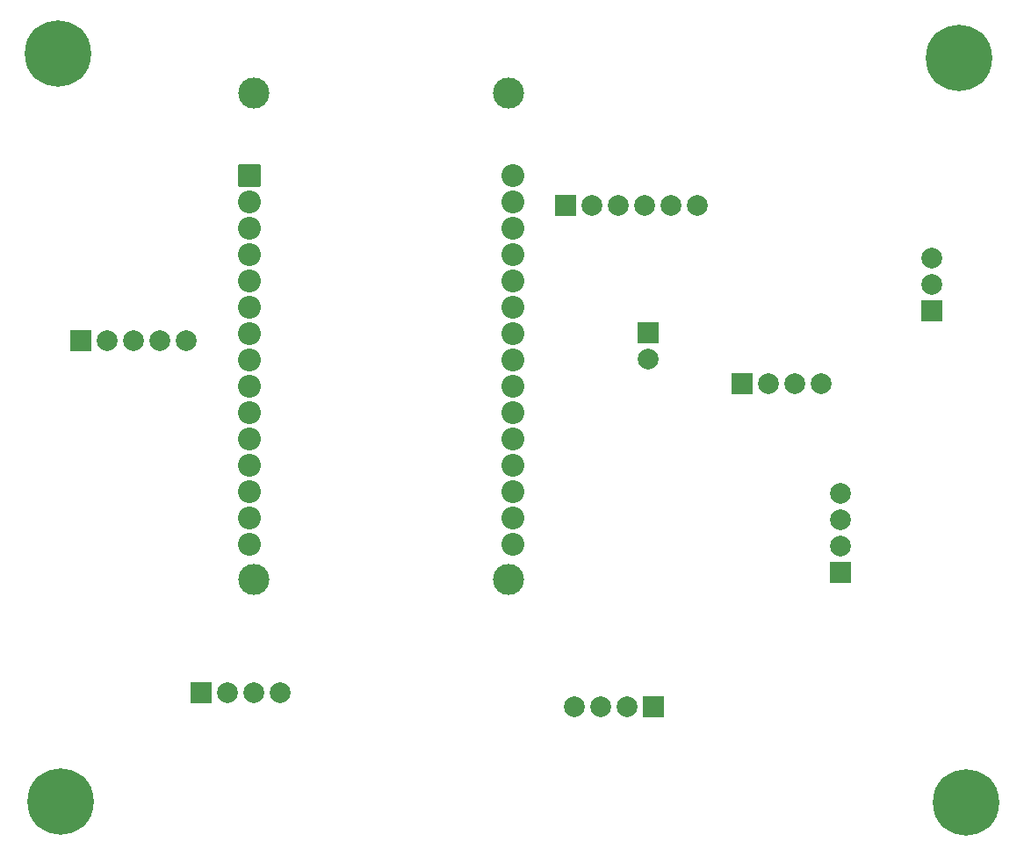
<source format=gts>
%TF.GenerationSoftware,KiCad,Pcbnew,9.0.4*%
%TF.CreationDate,2025-11-06T19:22:31+05:30*%
%TF.ProjectId,projectxxxxxxx,70726f6a-6563-4747-9878-78787878782e,rev?*%
%TF.SameCoordinates,Original*%
%TF.FileFunction,Soldermask,Top*%
%TF.FilePolarity,Negative*%
%FSLAX46Y46*%
G04 Gerber Fmt 4.6, Leading zero omitted, Abs format (unit mm)*
G04 Created by KiCad (PCBNEW 9.0.4) date 2025-11-06 19:22:31*
%MOMM*%
%LPD*%
G01*
G04 APERTURE LIST*
G04 Aperture macros list*
%AMRoundRect*
0 Rectangle with rounded corners*
0 $1 Rounding radius*
0 $2 $3 $4 $5 $6 $7 $8 $9 X,Y pos of 4 corners*
0 Add a 4 corners polygon primitive as box body*
4,1,4,$2,$3,$4,$5,$6,$7,$8,$9,$2,$3,0*
0 Add four circle primitives for the rounded corners*
1,1,$1+$1,$2,$3*
1,1,$1+$1,$4,$5*
1,1,$1+$1,$6,$7*
1,1,$1+$1,$8,$9*
0 Add four rect primitives between the rounded corners*
20,1,$1+$1,$2,$3,$4,$5,0*
20,1,$1+$1,$4,$5,$6,$7,0*
20,1,$1+$1,$6,$7,$8,$9,0*
20,1,$1+$1,$8,$9,$2,$3,0*%
G04 Aperture macros list end*
%ADD10C,2.000000*%
%ADD11R,2.000000X2.000000*%
%ADD12C,6.400000*%
%ADD13C,3.000000*%
%ADD14RoundRect,0.102000X-1.000000X-1.000000X1.000000X-1.000000X1.000000X1.000000X-1.000000X1.000000X0*%
%ADD15C,2.204000*%
G04 APERTURE END LIST*
D10*
%TO.C,buzzer1*%
X116000000Y-87140000D03*
D11*
X116000000Y-84600000D03*
%TD*%
D12*
%TO.C,REF\u002A\u002A*%
X59100000Y-57700000D03*
%TD*%
%TO.C,REF\u002A\u002A*%
X146000000Y-58100000D03*
%TD*%
D11*
%TO.C,Gas*%
X134600000Y-107680000D03*
D10*
X134600000Y-105140000D03*
X134600000Y-102600000D03*
X134600000Y-100060000D03*
%TD*%
D11*
%TO.C,Lightsensor1*%
X61380000Y-85400000D03*
D10*
X63920000Y-85400000D03*
X66460000Y-85400000D03*
X69000000Y-85400000D03*
X71540000Y-85400000D03*
%TD*%
D11*
%TO.C,soilmoisture1*%
X116540000Y-120700000D03*
D10*
X114000000Y-120700000D03*
X111460000Y-120700000D03*
X108920000Y-120700000D03*
%TD*%
D13*
%TO.C,U1*%
X78035000Y-61480000D03*
X78035000Y-108430000D03*
X102545000Y-61480000D03*
X102545000Y-108430000D03*
D14*
X77615000Y-69440000D03*
D15*
X77615000Y-71980000D03*
X77615000Y-74520000D03*
X77615000Y-77060000D03*
X77615000Y-79600000D03*
X77615000Y-82140000D03*
X77615000Y-84680000D03*
X77615000Y-87220000D03*
X77615000Y-89760000D03*
X77615000Y-92300000D03*
X77615000Y-94840000D03*
X77615000Y-97380000D03*
X77615000Y-99920000D03*
X77615000Y-102460000D03*
X77615000Y-105000000D03*
X103015000Y-105000000D03*
X103015000Y-102460000D03*
X103015000Y-99920000D03*
X103015000Y-97380000D03*
X103015000Y-94840000D03*
X103015000Y-92300000D03*
X103015000Y-89760000D03*
X103015000Y-87220000D03*
X103015000Y-84680000D03*
X103015000Y-82140000D03*
X103015000Y-79600000D03*
X103015000Y-77060000D03*
X103015000Y-74520000D03*
X103015000Y-71980000D03*
X103015000Y-69440000D03*
%TD*%
D12*
%TO.C,REF\u002A\u002A*%
X146700000Y-129900000D03*
%TD*%
D11*
%TO.C,DHT22*%
X143375000Y-82525000D03*
D10*
X143375000Y-79985000D03*
X143375000Y-77445000D03*
%TD*%
D11*
%TO.C,OLED1*%
X72900000Y-119300000D03*
D10*
X75440000Y-119300000D03*
X77980000Y-119300000D03*
X80520000Y-119300000D03*
%TD*%
D11*
%TO.C,waterlevel*%
X125060000Y-89500000D03*
D10*
X127600000Y-89500000D03*
X130140000Y-89500000D03*
X132680000Y-89500000D03*
%TD*%
D12*
%TO.C,REF\u002A\u002A*%
X59400000Y-129800000D03*
%TD*%
D11*
%TO.C,Relay1*%
X108100000Y-72300000D03*
D10*
X110640000Y-72300000D03*
X113180000Y-72300000D03*
X115720000Y-72300000D03*
X118260000Y-72300000D03*
X120800000Y-72300000D03*
%TD*%
M02*

</source>
